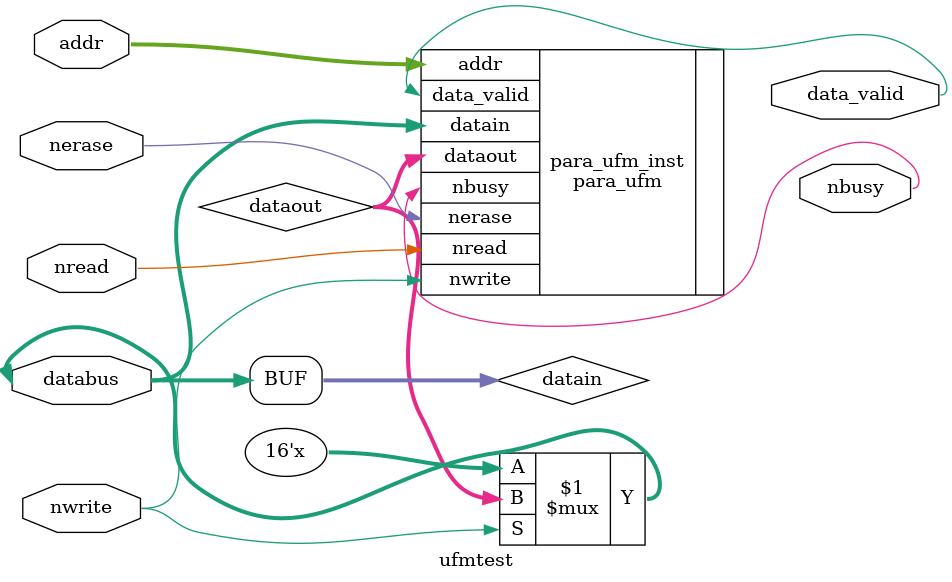
<source format=v>
`timescale 1ns / 1ps
module ufmtest(
			databus,addr,
			nerase,nread,nwrite,
			data_valid,nbusy
		);


inout[15:0] databus;	//FlashÊý¾Ý×ÜÏß

input[8:0] addr;		//FlashµØÖ·×ÜÏß
input nerase;			//²Á³ýFlashÄ³Ò»ÉÈÇøÐÅºÅ
input nread;			//¶ÁFlashÐÅºÅ
input nwrite;			//Ð´FlashÐÅºÅ
output data_valid;		//FlashÊý¾ÝÊä³öÓÐÐ§ÐÅºÅ
output nbusy;			//FlashÃ¦ÐÅºÅ


assign databus = nwrite ? dataout:16'hzzzz; 	//Ð´ÐÅºÅÓÐÐ§Ê±£¬FlashÊý¾Ý×ÜÏß×÷ÎªÊäÈë
assign datain = databus;	//Ð´ÈëFlashÊý¾Ý×ÜÏßÁ¬½Ó

wire[15:0] datain;		//FlashÐ´ÈëÊý¾Ý
wire[15:0] dataout;		//Flash¶Á³öÊý¾Ý


//Àý»¯UFM£¨Flash£©Ä£¿é
para_ufm	para_ufm_inst (
	.addr ( addr ),
	.datain ( datain ),
	.nerase ( nerase),
	.nread ( nread ),
	.nwrite ( nwrite),
	.data_valid ( data_valid ),
	.dataout ( dataout ),
	.nbusy ( nbusy )
	);



endmodule


</source>
